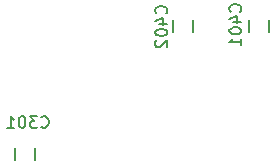
<source format=gbr>
G04 #@! TF.FileFunction,Legend,Bot*
%FSLAX46Y46*%
G04 Gerber Fmt 4.6, Leading zero omitted, Abs format (unit mm)*
G04 Created by KiCad (PCBNEW 4.0.4+e1-6308~48~ubuntu14.04.1-stable) date Sat Oct 22 17:56:07 2016*
%MOMM*%
%LPD*%
G01*
G04 APERTURE LIST*
%ADD10C,0.100000*%
%ADD11C,0.150000*%
%ADD12R,1.250000X1.000000*%
%ADD13R,2.032000X1.727200*%
%ADD14O,2.032000X1.727200*%
%ADD15C,2.311400*%
%ADD16O,1.501140X2.499360*%
%ADD17C,1.998980*%
%ADD18C,2.000000*%
%ADD19O,2.000000X2.200000*%
%ADD20R,2.540000X2.540000*%
%ADD21O,2.540000X2.540000*%
G04 APERTURE END LIST*
D10*
D11*
X143292460Y-82000980D02*
X143292460Y-81000980D01*
X144992460Y-81000980D02*
X144992460Y-82000980D01*
X164751120Y-70152640D02*
X164751120Y-71152640D01*
X163051120Y-71152640D02*
X163051120Y-70152640D01*
X158350320Y-70152640D02*
X158350320Y-71152640D01*
X156650320Y-71152640D02*
X156650320Y-70152640D01*
X145479947Y-79186043D02*
X145527566Y-79233662D01*
X145670423Y-79281281D01*
X145765661Y-79281281D01*
X145908519Y-79233662D01*
X146003757Y-79138424D01*
X146051376Y-79043186D01*
X146098995Y-78852710D01*
X146098995Y-78709852D01*
X146051376Y-78519376D01*
X146003757Y-78424138D01*
X145908519Y-78328900D01*
X145765661Y-78281281D01*
X145670423Y-78281281D01*
X145527566Y-78328900D01*
X145479947Y-78376519D01*
X145146614Y-78281281D02*
X144527566Y-78281281D01*
X144860900Y-78662233D01*
X144718042Y-78662233D01*
X144622804Y-78709852D01*
X144575185Y-78757471D01*
X144527566Y-78852710D01*
X144527566Y-79090805D01*
X144575185Y-79186043D01*
X144622804Y-79233662D01*
X144718042Y-79281281D01*
X145003757Y-79281281D01*
X145098995Y-79233662D01*
X145146614Y-79186043D01*
X143908519Y-78281281D02*
X143813280Y-78281281D01*
X143718042Y-78328900D01*
X143670423Y-78376519D01*
X143622804Y-78471757D01*
X143575185Y-78662233D01*
X143575185Y-78900329D01*
X143622804Y-79090805D01*
X143670423Y-79186043D01*
X143718042Y-79233662D01*
X143813280Y-79281281D01*
X143908519Y-79281281D01*
X144003757Y-79233662D01*
X144051376Y-79186043D01*
X144098995Y-79090805D01*
X144146614Y-78900329D01*
X144146614Y-78662233D01*
X144098995Y-78471757D01*
X144051376Y-78376519D01*
X144003757Y-78328900D01*
X143908519Y-78281281D01*
X142622804Y-79281281D02*
X143194233Y-79281281D01*
X142908519Y-79281281D02*
X142908519Y-78281281D01*
X143003757Y-78424138D01*
X143098995Y-78519376D01*
X143194233Y-78566995D01*
X162317703Y-69426913D02*
X162365322Y-69379294D01*
X162412941Y-69236437D01*
X162412941Y-69141199D01*
X162365322Y-68998341D01*
X162270084Y-68903103D01*
X162174846Y-68855484D01*
X161984370Y-68807865D01*
X161841512Y-68807865D01*
X161651036Y-68855484D01*
X161555798Y-68903103D01*
X161460560Y-68998341D01*
X161412941Y-69141199D01*
X161412941Y-69236437D01*
X161460560Y-69379294D01*
X161508179Y-69426913D01*
X161746274Y-70284056D02*
X162412941Y-70284056D01*
X161365322Y-70045960D02*
X162079608Y-69807865D01*
X162079608Y-70426913D01*
X161412941Y-70998341D02*
X161412941Y-71093580D01*
X161460560Y-71188818D01*
X161508179Y-71236437D01*
X161603417Y-71284056D01*
X161793893Y-71331675D01*
X162031989Y-71331675D01*
X162222465Y-71284056D01*
X162317703Y-71236437D01*
X162365322Y-71188818D01*
X162412941Y-71093580D01*
X162412941Y-70998341D01*
X162365322Y-70903103D01*
X162317703Y-70855484D01*
X162222465Y-70807865D01*
X162031989Y-70760246D01*
X161793893Y-70760246D01*
X161603417Y-70807865D01*
X161508179Y-70855484D01*
X161460560Y-70903103D01*
X161412941Y-70998341D01*
X162412941Y-72284056D02*
X162412941Y-71712627D01*
X162412941Y-71998341D02*
X161412941Y-71998341D01*
X161555798Y-71903103D01*
X161651036Y-71807865D01*
X161698655Y-71712627D01*
X156048983Y-69574233D02*
X156096602Y-69526614D01*
X156144221Y-69383757D01*
X156144221Y-69288519D01*
X156096602Y-69145661D01*
X156001364Y-69050423D01*
X155906126Y-69002804D01*
X155715650Y-68955185D01*
X155572792Y-68955185D01*
X155382316Y-69002804D01*
X155287078Y-69050423D01*
X155191840Y-69145661D01*
X155144221Y-69288519D01*
X155144221Y-69383757D01*
X155191840Y-69526614D01*
X155239459Y-69574233D01*
X155477554Y-70431376D02*
X156144221Y-70431376D01*
X155096602Y-70193280D02*
X155810888Y-69955185D01*
X155810888Y-70574233D01*
X155144221Y-71145661D02*
X155144221Y-71240900D01*
X155191840Y-71336138D01*
X155239459Y-71383757D01*
X155334697Y-71431376D01*
X155525173Y-71478995D01*
X155763269Y-71478995D01*
X155953745Y-71431376D01*
X156048983Y-71383757D01*
X156096602Y-71336138D01*
X156144221Y-71240900D01*
X156144221Y-71145661D01*
X156096602Y-71050423D01*
X156048983Y-71002804D01*
X155953745Y-70955185D01*
X155763269Y-70907566D01*
X155525173Y-70907566D01*
X155334697Y-70955185D01*
X155239459Y-71002804D01*
X155191840Y-71050423D01*
X155144221Y-71145661D01*
X155239459Y-71859947D02*
X155191840Y-71907566D01*
X155144221Y-72002804D01*
X155144221Y-72240900D01*
X155191840Y-72336138D01*
X155239459Y-72383757D01*
X155334697Y-72431376D01*
X155429935Y-72431376D01*
X155572792Y-72383757D01*
X156144221Y-71812328D01*
X156144221Y-72431376D01*
%LPC*%
D12*
X144142460Y-80500980D03*
X144142460Y-82500980D03*
X163901120Y-71652640D03*
X163901120Y-69652640D03*
X157500320Y-71652640D03*
X157500320Y-69652640D03*
D13*
X170434000Y-82804000D03*
D14*
X170434000Y-80264000D03*
X170434000Y-77724000D03*
D15*
X146786600Y-52793900D03*
X172186600Y-52793900D03*
D16*
X159473900Y-56794400D03*
X156933900Y-56794400D03*
X162013900Y-56794400D03*
D17*
X159905700Y-60769500D03*
X170512302Y-71376102D03*
D18*
X144807300Y-88366600D03*
X147307300Y-88366600D03*
X149807300Y-88366600D03*
D19*
X152407300Y-85066600D03*
X142207300Y-85066600D03*
D18*
X158853500Y-88366600D03*
X161353500Y-88366600D03*
X163853500Y-88366600D03*
D19*
X166453500Y-85066600D03*
X156253500Y-85066600D03*
D20*
X176936400Y-88912700D03*
D21*
X176936400Y-83832700D03*
D20*
X176888140Y-73619360D03*
D21*
X176888140Y-68539360D03*
M02*

</source>
